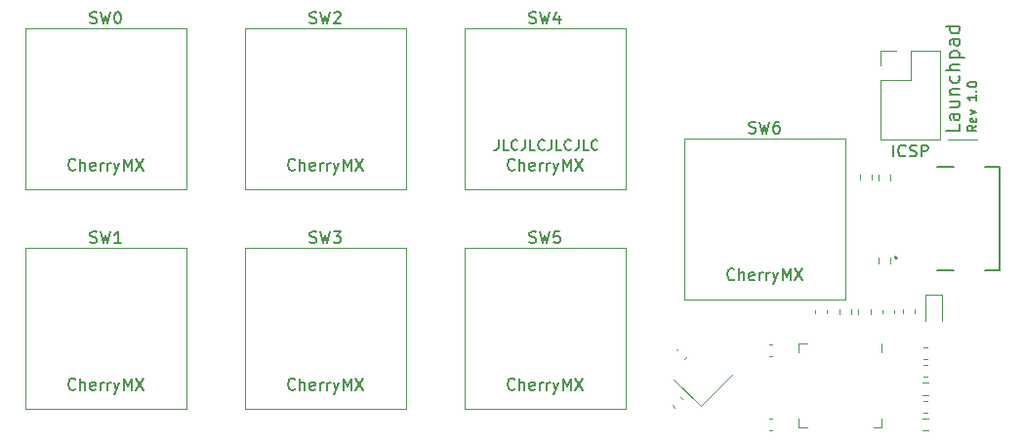
<source format=gbr>
%TF.GenerationSoftware,KiCad,Pcbnew,5.1.7-a382d34a8~88~ubuntu20.04.1*%
%TF.CreationDate,2021-03-25T19:52:25+01:00*%
%TF.ProjectId,launchpad,6c61756e-6368-4706-9164-2e6b69636164,rev?*%
%TF.SameCoordinates,Original*%
%TF.FileFunction,Legend,Top*%
%TF.FilePolarity,Positive*%
%FSLAX46Y46*%
G04 Gerber Fmt 4.6, Leading zero omitted, Abs format (unit mm)*
G04 Created by KiCad (PCBNEW 5.1.7-a382d34a8~88~ubuntu20.04.1) date 2021-03-25 19:52:25*
%MOMM*%
%LPD*%
G01*
G04 APERTURE LIST*
%ADD10C,0.150000*%
%ADD11C,0.120000*%
%ADD12C,0.200000*%
%ADD13C,0.127000*%
G04 APERTURE END LIST*
D10*
X149634777Y-64246662D02*
X149634777Y-64889520D01*
X149591920Y-65018091D01*
X149506205Y-65103805D01*
X149377634Y-65146662D01*
X149291920Y-65146662D01*
X150491920Y-65146662D02*
X150063348Y-65146662D01*
X150063348Y-64246662D01*
X151306205Y-65060948D02*
X151263348Y-65103805D01*
X151134777Y-65146662D01*
X151049062Y-65146662D01*
X150920491Y-65103805D01*
X150834777Y-65018091D01*
X150791920Y-64932377D01*
X150749062Y-64760948D01*
X150749062Y-64632377D01*
X150791920Y-64460948D01*
X150834777Y-64375234D01*
X150920491Y-64289520D01*
X151049062Y-64246662D01*
X151134777Y-64246662D01*
X151263348Y-64289520D01*
X151306205Y-64332377D01*
X151949062Y-64246662D02*
X151949062Y-64889520D01*
X151906205Y-65018091D01*
X151820491Y-65103805D01*
X151691920Y-65146662D01*
X151606205Y-65146662D01*
X152806205Y-65146662D02*
X152377634Y-65146662D01*
X152377634Y-64246662D01*
X153620491Y-65060948D02*
X153577634Y-65103805D01*
X153449062Y-65146662D01*
X153363348Y-65146662D01*
X153234777Y-65103805D01*
X153149062Y-65018091D01*
X153106205Y-64932377D01*
X153063348Y-64760948D01*
X153063348Y-64632377D01*
X153106205Y-64460948D01*
X153149062Y-64375234D01*
X153234777Y-64289520D01*
X153363348Y-64246662D01*
X153449062Y-64246662D01*
X153577634Y-64289520D01*
X153620491Y-64332377D01*
X154263348Y-64246662D02*
X154263348Y-64889520D01*
X154220491Y-65018091D01*
X154134777Y-65103805D01*
X154006205Y-65146662D01*
X153920491Y-65146662D01*
X155120491Y-65146662D02*
X154691920Y-65146662D01*
X154691920Y-64246662D01*
X155934777Y-65060948D02*
X155891920Y-65103805D01*
X155763348Y-65146662D01*
X155677634Y-65146662D01*
X155549062Y-65103805D01*
X155463348Y-65018091D01*
X155420491Y-64932377D01*
X155377634Y-64760948D01*
X155377634Y-64632377D01*
X155420491Y-64460948D01*
X155463348Y-64375234D01*
X155549062Y-64289520D01*
X155677634Y-64246662D01*
X155763348Y-64246662D01*
X155891920Y-64289520D01*
X155934777Y-64332377D01*
X156577634Y-64246662D02*
X156577634Y-64889520D01*
X156534777Y-65018091D01*
X156449062Y-65103805D01*
X156320491Y-65146662D01*
X156234777Y-65146662D01*
X157434777Y-65146662D02*
X157006205Y-65146662D01*
X157006205Y-64246662D01*
X158249062Y-65060948D02*
X158206205Y-65103805D01*
X158077634Y-65146662D01*
X157991920Y-65146662D01*
X157863348Y-65103805D01*
X157777634Y-65018091D01*
X157734777Y-64932377D01*
X157691920Y-64760948D01*
X157691920Y-64632377D01*
X157734777Y-64460948D01*
X157777634Y-64375234D01*
X157863348Y-64289520D01*
X157991920Y-64246662D01*
X158077634Y-64246662D01*
X158206205Y-64289520D01*
X158249062Y-64332377D01*
D11*
X191124840Y-64248160D02*
X188584840Y-64248160D01*
D10*
X191113684Y-63028692D02*
X190732732Y-63295359D01*
X191113684Y-63485835D02*
X190313684Y-63485835D01*
X190313684Y-63181073D01*
X190351780Y-63104883D01*
X190389875Y-63066788D01*
X190466065Y-63028692D01*
X190580351Y-63028692D01*
X190656541Y-63066788D01*
X190694637Y-63104883D01*
X190732732Y-63181073D01*
X190732732Y-63485835D01*
X191075589Y-62381073D02*
X191113684Y-62457264D01*
X191113684Y-62609645D01*
X191075589Y-62685835D01*
X190999399Y-62723930D01*
X190694637Y-62723930D01*
X190618446Y-62685835D01*
X190580351Y-62609645D01*
X190580351Y-62457264D01*
X190618446Y-62381073D01*
X190694637Y-62342978D01*
X190770827Y-62342978D01*
X190847018Y-62723930D01*
X190580351Y-62076311D02*
X191113684Y-61885835D01*
X190580351Y-61695359D01*
X191113684Y-60362026D02*
X191113684Y-60819169D01*
X191113684Y-60590597D02*
X190313684Y-60590597D01*
X190427970Y-60666788D01*
X190504160Y-60742978D01*
X190542256Y-60819169D01*
X191037494Y-60019169D02*
X191075589Y-59981073D01*
X191113684Y-60019169D01*
X191075589Y-60057264D01*
X191037494Y-60019169D01*
X191113684Y-60019169D01*
X190313684Y-59485835D02*
X190313684Y-59409645D01*
X190351780Y-59333454D01*
X190389875Y-59295359D01*
X190466065Y-59257264D01*
X190618446Y-59219169D01*
X190808922Y-59219169D01*
X190961303Y-59257264D01*
X191037494Y-59295359D01*
X191075589Y-59333454D01*
X191113684Y-59409645D01*
X191113684Y-59485835D01*
X191075589Y-59562026D01*
X191037494Y-59600121D01*
X190961303Y-59638216D01*
X190808922Y-59676311D01*
X190618446Y-59676311D01*
X190466065Y-59638216D01*
X190389875Y-59600121D01*
X190351780Y-59562026D01*
X190313684Y-59485835D01*
X189626477Y-62919169D02*
X189626477Y-63490597D01*
X188426477Y-63490597D01*
X189626477Y-62004883D02*
X188997905Y-62004883D01*
X188883620Y-62062026D01*
X188826477Y-62176312D01*
X188826477Y-62404883D01*
X188883620Y-62519169D01*
X189569334Y-62004883D02*
X189626477Y-62119169D01*
X189626477Y-62404883D01*
X189569334Y-62519169D01*
X189455048Y-62576312D01*
X189340762Y-62576312D01*
X189226477Y-62519169D01*
X189169334Y-62404883D01*
X189169334Y-62119169D01*
X189112191Y-62004883D01*
X188826477Y-60919169D02*
X189626477Y-60919169D01*
X188826477Y-61433454D02*
X189455048Y-61433454D01*
X189569334Y-61376312D01*
X189626477Y-61262026D01*
X189626477Y-61090597D01*
X189569334Y-60976312D01*
X189512191Y-60919169D01*
X188826477Y-60347740D02*
X189626477Y-60347740D01*
X188940762Y-60347740D02*
X188883620Y-60290597D01*
X188826477Y-60176312D01*
X188826477Y-60004883D01*
X188883620Y-59890597D01*
X188997905Y-59833454D01*
X189626477Y-59833454D01*
X189569334Y-58747740D02*
X189626477Y-58862026D01*
X189626477Y-59090597D01*
X189569334Y-59204883D01*
X189512191Y-59262026D01*
X189397905Y-59319169D01*
X189055048Y-59319169D01*
X188940762Y-59262026D01*
X188883620Y-59204883D01*
X188826477Y-59090597D01*
X188826477Y-58862026D01*
X188883620Y-58747740D01*
X189626477Y-58233454D02*
X188426477Y-58233454D01*
X189626477Y-57719169D02*
X188997905Y-57719169D01*
X188883620Y-57776312D01*
X188826477Y-57890597D01*
X188826477Y-58062026D01*
X188883620Y-58176312D01*
X188940762Y-58233454D01*
X188826477Y-57147740D02*
X190026477Y-57147740D01*
X188883620Y-57147740D02*
X188826477Y-57033454D01*
X188826477Y-56804883D01*
X188883620Y-56690597D01*
X188940762Y-56633454D01*
X189055048Y-56576312D01*
X189397905Y-56576312D01*
X189512191Y-56633454D01*
X189569334Y-56690597D01*
X189626477Y-56804883D01*
X189626477Y-57033454D01*
X189569334Y-57147740D01*
X189626477Y-55547740D02*
X188997905Y-55547740D01*
X188883620Y-55604883D01*
X188826477Y-55719169D01*
X188826477Y-55947740D01*
X188883620Y-56062026D01*
X189569334Y-55547740D02*
X189626477Y-55662026D01*
X189626477Y-55947740D01*
X189569334Y-56062026D01*
X189455048Y-56119169D01*
X189340762Y-56119169D01*
X189226477Y-56062026D01*
X189169334Y-55947740D01*
X189169334Y-55662026D01*
X189112191Y-55547740D01*
X189626477Y-54462026D02*
X188426477Y-54462026D01*
X189569334Y-54462026D02*
X189626477Y-54576312D01*
X189626477Y-54804883D01*
X189569334Y-54919169D01*
X189512191Y-54976312D01*
X189397905Y-55033454D01*
X189055048Y-55033454D01*
X188940762Y-54976312D01*
X188883620Y-54919169D01*
X188826477Y-54804883D01*
X188826477Y-54576312D01*
X188883620Y-54462026D01*
D11*
%TO.C,J2*%
X182766660Y-64261040D02*
X187966660Y-64261040D01*
X182766660Y-59121040D02*
X182766660Y-64261040D01*
X187966660Y-56521040D02*
X187966660Y-64261040D01*
X182766660Y-59121040D02*
X185366660Y-59121040D01*
X185366660Y-59121040D02*
X185366660Y-56521040D01*
X185366660Y-56521040D02*
X187966660Y-56521040D01*
X182766660Y-57851040D02*
X182766660Y-56521040D01*
X182766660Y-56521040D02*
X184096660Y-56521040D01*
%TO.C,SW0*%
X108585000Y-54610000D02*
X122555000Y-54610000D01*
X122555000Y-54610000D02*
X122555000Y-68580000D01*
X122555000Y-68580000D02*
X108585000Y-68580000D01*
X108585000Y-68580000D02*
X108585000Y-54610000D01*
%TO.C,SW6*%
X165735000Y-78105000D02*
X165735000Y-64135000D01*
X179705000Y-78105000D02*
X165735000Y-78105000D01*
X179705000Y-64135000D02*
X179705000Y-78105000D01*
X165735000Y-64135000D02*
X179705000Y-64135000D01*
D12*
%TO.C,J1*%
X184200000Y-74520000D02*
G75*
G03*
X184200000Y-74520000I-100000J0D01*
G01*
D13*
X193100000Y-75590000D02*
X191870000Y-75590000D01*
X193100000Y-66650000D02*
X193100000Y-75590000D01*
X191870000Y-66650000D02*
X193100000Y-66650000D01*
X187690000Y-66650000D02*
X189130000Y-66650000D01*
X187690000Y-75590000D02*
X189130000Y-75590000D01*
D11*
%TO.C,D2*%
X186634520Y-77694120D02*
X186634520Y-79979120D01*
X188104520Y-77694120D02*
X186634520Y-77694120D01*
X188104520Y-79979120D02*
X188104520Y-77694120D01*
%TO.C,C1*%
X186518940Y-83817240D02*
X186800100Y-83817240D01*
X186518940Y-84837240D02*
X186800100Y-84837240D01*
%TO.C,C2*%
X177084260Y-79337480D02*
X177084260Y-79056320D01*
X178104260Y-79337480D02*
X178104260Y-79056320D01*
%TO.C,C3*%
X173403840Y-82037460D02*
X173122680Y-82037460D01*
X173403840Y-83057460D02*
X173122680Y-83057460D01*
%TO.C,C4*%
X186518940Y-87941120D02*
X186800100Y-87941120D01*
X186518940Y-86921120D02*
X186800100Y-86921120D01*
%TO.C,C5*%
X173403840Y-88499220D02*
X173122680Y-88499220D01*
X173403840Y-89519220D02*
X173122680Y-89519220D01*
%TO.C,C6*%
X186518940Y-82265300D02*
X186800100Y-82265300D01*
X186518940Y-83285300D02*
X186800100Y-83285300D01*
%TO.C,C7*%
X182936420Y-79319700D02*
X182936420Y-79038540D01*
X183956420Y-79319700D02*
X183956420Y-79038540D01*
%TO.C,C8*%
X165429799Y-86567990D02*
X165628610Y-86766801D01*
X164708550Y-87289239D02*
X164907361Y-87488050D01*
%TO.C,C9*%
X165788571Y-83273558D02*
X165987382Y-83074747D01*
X165067322Y-82552309D02*
X165266133Y-82353498D01*
%TO.C,F1*%
X184752520Y-79341899D02*
X184752520Y-79016341D01*
X185772520Y-79341899D02*
X185772520Y-79016341D01*
%TO.C,R1*%
X182005500Y-67740798D02*
X182005500Y-67266282D01*
X180960500Y-67740798D02*
X180960500Y-67266282D01*
%TO.C,R2*%
X179179640Y-79424298D02*
X179179640Y-78949782D01*
X180224640Y-79424298D02*
X180224640Y-78949782D01*
%TO.C,R3*%
X181907813Y-79424298D02*
X181907813Y-78949782D01*
X180862813Y-79424298D02*
X180862813Y-78949782D01*
%TO.C,R4*%
X186422262Y-88460560D02*
X186896778Y-88460560D01*
X186422262Y-89505560D02*
X186896778Y-89505560D01*
%TO.C,R5*%
X186422262Y-85356680D02*
X186896778Y-85356680D01*
X186422262Y-86401680D02*
X186896778Y-86401680D01*
%TO.C,R6*%
X182619120Y-74520022D02*
X182619120Y-74994538D01*
X183664120Y-74520022D02*
X183664120Y-74994538D01*
%TO.C,R7*%
X183664120Y-67286102D02*
X183664120Y-67760618D01*
X182619120Y-67286102D02*
X182619120Y-67760618D01*
%TO.C,SW1*%
X108585000Y-87630000D02*
X108585000Y-73660000D01*
X122555000Y-87630000D02*
X108585000Y-87630000D01*
X122555000Y-73660000D02*
X122555000Y-87630000D01*
X108585000Y-73660000D02*
X122555000Y-73660000D01*
%TO.C,SW2*%
X127635000Y-68580000D02*
X127635000Y-54610000D01*
X141605000Y-68580000D02*
X127635000Y-68580000D01*
X141605000Y-54610000D02*
X141605000Y-68580000D01*
X127635000Y-54610000D02*
X141605000Y-54610000D01*
%TO.C,SW3*%
X127635000Y-73660000D02*
X141605000Y-73660000D01*
X141605000Y-73660000D02*
X141605000Y-87630000D01*
X141605000Y-87630000D02*
X127635000Y-87630000D01*
X127635000Y-87630000D02*
X127635000Y-73660000D01*
%TO.C,SW4*%
X146685000Y-54610000D02*
X160655000Y-54610000D01*
X160655000Y-54610000D02*
X160655000Y-68580000D01*
X160655000Y-68580000D02*
X146685000Y-68580000D01*
X146685000Y-68580000D02*
X146685000Y-54610000D01*
%TO.C,SW5*%
X146685000Y-87630000D02*
X146685000Y-73660000D01*
X160655000Y-87630000D02*
X146685000Y-87630000D01*
X160655000Y-73660000D02*
X160655000Y-87630000D01*
X146685000Y-73660000D02*
X160655000Y-73660000D01*
%TO.C,U1*%
X182898440Y-88462680D02*
X182898440Y-89187680D01*
X182898440Y-89187680D02*
X182173440Y-89187680D01*
X175678440Y-82692680D02*
X175678440Y-81967680D01*
X175678440Y-81967680D02*
X176403440Y-81967680D01*
X175678440Y-88462680D02*
X175678440Y-89187680D01*
X175678440Y-89187680D02*
X176403440Y-89187680D01*
X182898440Y-82692680D02*
X182898440Y-81967680D01*
%TO.C,Y1*%
X164838080Y-85040307D02*
X167171533Y-87373760D01*
X167171533Y-87373760D02*
X169999960Y-84545333D01*
%TO.C,J2*%
D10*
X183890469Y-65713420D02*
X183890469Y-64713420D01*
X184938088Y-65618182D02*
X184890469Y-65665801D01*
X184747612Y-65713420D01*
X184652374Y-65713420D01*
X184509517Y-65665801D01*
X184414279Y-65570563D01*
X184366660Y-65475325D01*
X184319040Y-65284849D01*
X184319040Y-65141992D01*
X184366660Y-64951516D01*
X184414279Y-64856278D01*
X184509517Y-64761040D01*
X184652374Y-64713420D01*
X184747612Y-64713420D01*
X184890469Y-64761040D01*
X184938088Y-64808659D01*
X185319040Y-65665801D02*
X185461898Y-65713420D01*
X185699993Y-65713420D01*
X185795231Y-65665801D01*
X185842850Y-65618182D01*
X185890469Y-65522944D01*
X185890469Y-65427706D01*
X185842850Y-65332468D01*
X185795231Y-65284849D01*
X185699993Y-65237230D01*
X185509517Y-65189611D01*
X185414279Y-65141992D01*
X185366660Y-65094373D01*
X185319040Y-64999135D01*
X185319040Y-64903897D01*
X185366660Y-64808659D01*
X185414279Y-64761040D01*
X185509517Y-64713420D01*
X185747612Y-64713420D01*
X185890469Y-64761040D01*
X186319040Y-65713420D02*
X186319040Y-64713420D01*
X186699993Y-64713420D01*
X186795231Y-64761040D01*
X186842850Y-64808659D01*
X186890469Y-64903897D01*
X186890469Y-65046754D01*
X186842850Y-65141992D01*
X186795231Y-65189611D01*
X186699993Y-65237230D01*
X186319040Y-65237230D01*
%TO.C,SW0*%
X114236666Y-54125761D02*
X114379523Y-54173380D01*
X114617619Y-54173380D01*
X114712857Y-54125761D01*
X114760476Y-54078142D01*
X114808095Y-53982904D01*
X114808095Y-53887666D01*
X114760476Y-53792428D01*
X114712857Y-53744809D01*
X114617619Y-53697190D01*
X114427142Y-53649571D01*
X114331904Y-53601952D01*
X114284285Y-53554333D01*
X114236666Y-53459095D01*
X114236666Y-53363857D01*
X114284285Y-53268619D01*
X114331904Y-53221000D01*
X114427142Y-53173380D01*
X114665238Y-53173380D01*
X114808095Y-53221000D01*
X115141428Y-53173380D02*
X115379523Y-54173380D01*
X115570000Y-53459095D01*
X115760476Y-54173380D01*
X115998571Y-53173380D01*
X116570000Y-53173380D02*
X116665238Y-53173380D01*
X116760476Y-53221000D01*
X116808095Y-53268619D01*
X116855714Y-53363857D01*
X116903333Y-53554333D01*
X116903333Y-53792428D01*
X116855714Y-53982904D01*
X116808095Y-54078142D01*
X116760476Y-54125761D01*
X116665238Y-54173380D01*
X116570000Y-54173380D01*
X116474761Y-54125761D01*
X116427142Y-54078142D01*
X116379523Y-53982904D01*
X116331904Y-53792428D01*
X116331904Y-53554333D01*
X116379523Y-53363857D01*
X116427142Y-53268619D01*
X116474761Y-53221000D01*
X116570000Y-53173380D01*
X112950952Y-66826142D02*
X112903333Y-66873761D01*
X112760476Y-66921380D01*
X112665238Y-66921380D01*
X112522380Y-66873761D01*
X112427142Y-66778523D01*
X112379523Y-66683285D01*
X112331904Y-66492809D01*
X112331904Y-66349952D01*
X112379523Y-66159476D01*
X112427142Y-66064238D01*
X112522380Y-65969000D01*
X112665238Y-65921380D01*
X112760476Y-65921380D01*
X112903333Y-65969000D01*
X112950952Y-66016619D01*
X113379523Y-66921380D02*
X113379523Y-65921380D01*
X113808095Y-66921380D02*
X113808095Y-66397571D01*
X113760476Y-66302333D01*
X113665238Y-66254714D01*
X113522380Y-66254714D01*
X113427142Y-66302333D01*
X113379523Y-66349952D01*
X114665238Y-66873761D02*
X114570000Y-66921380D01*
X114379523Y-66921380D01*
X114284285Y-66873761D01*
X114236666Y-66778523D01*
X114236666Y-66397571D01*
X114284285Y-66302333D01*
X114379523Y-66254714D01*
X114570000Y-66254714D01*
X114665238Y-66302333D01*
X114712857Y-66397571D01*
X114712857Y-66492809D01*
X114236666Y-66588047D01*
X115141428Y-66921380D02*
X115141428Y-66254714D01*
X115141428Y-66445190D02*
X115189047Y-66349952D01*
X115236666Y-66302333D01*
X115331904Y-66254714D01*
X115427142Y-66254714D01*
X115760476Y-66921380D02*
X115760476Y-66254714D01*
X115760476Y-66445190D02*
X115808095Y-66349952D01*
X115855714Y-66302333D01*
X115950952Y-66254714D01*
X116046190Y-66254714D01*
X116284285Y-66254714D02*
X116522380Y-66921380D01*
X116760476Y-66254714D02*
X116522380Y-66921380D01*
X116427142Y-67159476D01*
X116379523Y-67207095D01*
X116284285Y-67254714D01*
X117141428Y-66921380D02*
X117141428Y-65921380D01*
X117474761Y-66635666D01*
X117808095Y-65921380D01*
X117808095Y-66921380D01*
X118189047Y-65921380D02*
X118855714Y-66921380D01*
X118855714Y-65921380D02*
X118189047Y-66921380D01*
%TO.C,SW6*%
X171386666Y-63650761D02*
X171529523Y-63698380D01*
X171767619Y-63698380D01*
X171862857Y-63650761D01*
X171910476Y-63603142D01*
X171958095Y-63507904D01*
X171958095Y-63412666D01*
X171910476Y-63317428D01*
X171862857Y-63269809D01*
X171767619Y-63222190D01*
X171577142Y-63174571D01*
X171481904Y-63126952D01*
X171434285Y-63079333D01*
X171386666Y-62984095D01*
X171386666Y-62888857D01*
X171434285Y-62793619D01*
X171481904Y-62746000D01*
X171577142Y-62698380D01*
X171815238Y-62698380D01*
X171958095Y-62746000D01*
X172291428Y-62698380D02*
X172529523Y-63698380D01*
X172720000Y-62984095D01*
X172910476Y-63698380D01*
X173148571Y-62698380D01*
X173958095Y-62698380D02*
X173767619Y-62698380D01*
X173672380Y-62746000D01*
X173624761Y-62793619D01*
X173529523Y-62936476D01*
X173481904Y-63126952D01*
X173481904Y-63507904D01*
X173529523Y-63603142D01*
X173577142Y-63650761D01*
X173672380Y-63698380D01*
X173862857Y-63698380D01*
X173958095Y-63650761D01*
X174005714Y-63603142D01*
X174053333Y-63507904D01*
X174053333Y-63269809D01*
X174005714Y-63174571D01*
X173958095Y-63126952D01*
X173862857Y-63079333D01*
X173672380Y-63079333D01*
X173577142Y-63126952D01*
X173529523Y-63174571D01*
X173481904Y-63269809D01*
X170100952Y-76351142D02*
X170053333Y-76398761D01*
X169910476Y-76446380D01*
X169815238Y-76446380D01*
X169672380Y-76398761D01*
X169577142Y-76303523D01*
X169529523Y-76208285D01*
X169481904Y-76017809D01*
X169481904Y-75874952D01*
X169529523Y-75684476D01*
X169577142Y-75589238D01*
X169672380Y-75494000D01*
X169815238Y-75446380D01*
X169910476Y-75446380D01*
X170053333Y-75494000D01*
X170100952Y-75541619D01*
X170529523Y-76446380D02*
X170529523Y-75446380D01*
X170958095Y-76446380D02*
X170958095Y-75922571D01*
X170910476Y-75827333D01*
X170815238Y-75779714D01*
X170672380Y-75779714D01*
X170577142Y-75827333D01*
X170529523Y-75874952D01*
X171815238Y-76398761D02*
X171720000Y-76446380D01*
X171529523Y-76446380D01*
X171434285Y-76398761D01*
X171386666Y-76303523D01*
X171386666Y-75922571D01*
X171434285Y-75827333D01*
X171529523Y-75779714D01*
X171720000Y-75779714D01*
X171815238Y-75827333D01*
X171862857Y-75922571D01*
X171862857Y-76017809D01*
X171386666Y-76113047D01*
X172291428Y-76446380D02*
X172291428Y-75779714D01*
X172291428Y-75970190D02*
X172339047Y-75874952D01*
X172386666Y-75827333D01*
X172481904Y-75779714D01*
X172577142Y-75779714D01*
X172910476Y-76446380D02*
X172910476Y-75779714D01*
X172910476Y-75970190D02*
X172958095Y-75874952D01*
X173005714Y-75827333D01*
X173100952Y-75779714D01*
X173196190Y-75779714D01*
X173434285Y-75779714D02*
X173672380Y-76446380D01*
X173910476Y-75779714D02*
X173672380Y-76446380D01*
X173577142Y-76684476D01*
X173529523Y-76732095D01*
X173434285Y-76779714D01*
X174291428Y-76446380D02*
X174291428Y-75446380D01*
X174624761Y-76160666D01*
X174958095Y-75446380D01*
X174958095Y-76446380D01*
X175339047Y-75446380D02*
X176005714Y-76446380D01*
X176005714Y-75446380D02*
X175339047Y-76446380D01*
%TO.C,SW1*%
X114236666Y-73175761D02*
X114379523Y-73223380D01*
X114617619Y-73223380D01*
X114712857Y-73175761D01*
X114760476Y-73128142D01*
X114808095Y-73032904D01*
X114808095Y-72937666D01*
X114760476Y-72842428D01*
X114712857Y-72794809D01*
X114617619Y-72747190D01*
X114427142Y-72699571D01*
X114331904Y-72651952D01*
X114284285Y-72604333D01*
X114236666Y-72509095D01*
X114236666Y-72413857D01*
X114284285Y-72318619D01*
X114331904Y-72271000D01*
X114427142Y-72223380D01*
X114665238Y-72223380D01*
X114808095Y-72271000D01*
X115141428Y-72223380D02*
X115379523Y-73223380D01*
X115570000Y-72509095D01*
X115760476Y-73223380D01*
X115998571Y-72223380D01*
X116903333Y-73223380D02*
X116331904Y-73223380D01*
X116617619Y-73223380D02*
X116617619Y-72223380D01*
X116522380Y-72366238D01*
X116427142Y-72461476D01*
X116331904Y-72509095D01*
X112950952Y-85876142D02*
X112903333Y-85923761D01*
X112760476Y-85971380D01*
X112665238Y-85971380D01*
X112522380Y-85923761D01*
X112427142Y-85828523D01*
X112379523Y-85733285D01*
X112331904Y-85542809D01*
X112331904Y-85399952D01*
X112379523Y-85209476D01*
X112427142Y-85114238D01*
X112522380Y-85019000D01*
X112665238Y-84971380D01*
X112760476Y-84971380D01*
X112903333Y-85019000D01*
X112950952Y-85066619D01*
X113379523Y-85971380D02*
X113379523Y-84971380D01*
X113808095Y-85971380D02*
X113808095Y-85447571D01*
X113760476Y-85352333D01*
X113665238Y-85304714D01*
X113522380Y-85304714D01*
X113427142Y-85352333D01*
X113379523Y-85399952D01*
X114665238Y-85923761D02*
X114570000Y-85971380D01*
X114379523Y-85971380D01*
X114284285Y-85923761D01*
X114236666Y-85828523D01*
X114236666Y-85447571D01*
X114284285Y-85352333D01*
X114379523Y-85304714D01*
X114570000Y-85304714D01*
X114665238Y-85352333D01*
X114712857Y-85447571D01*
X114712857Y-85542809D01*
X114236666Y-85638047D01*
X115141428Y-85971380D02*
X115141428Y-85304714D01*
X115141428Y-85495190D02*
X115189047Y-85399952D01*
X115236666Y-85352333D01*
X115331904Y-85304714D01*
X115427142Y-85304714D01*
X115760476Y-85971380D02*
X115760476Y-85304714D01*
X115760476Y-85495190D02*
X115808095Y-85399952D01*
X115855714Y-85352333D01*
X115950952Y-85304714D01*
X116046190Y-85304714D01*
X116284285Y-85304714D02*
X116522380Y-85971380D01*
X116760476Y-85304714D02*
X116522380Y-85971380D01*
X116427142Y-86209476D01*
X116379523Y-86257095D01*
X116284285Y-86304714D01*
X117141428Y-85971380D02*
X117141428Y-84971380D01*
X117474761Y-85685666D01*
X117808095Y-84971380D01*
X117808095Y-85971380D01*
X118189047Y-84971380D02*
X118855714Y-85971380D01*
X118855714Y-84971380D02*
X118189047Y-85971380D01*
%TO.C,SW2*%
X133286666Y-54125761D02*
X133429523Y-54173380D01*
X133667619Y-54173380D01*
X133762857Y-54125761D01*
X133810476Y-54078142D01*
X133858095Y-53982904D01*
X133858095Y-53887666D01*
X133810476Y-53792428D01*
X133762857Y-53744809D01*
X133667619Y-53697190D01*
X133477142Y-53649571D01*
X133381904Y-53601952D01*
X133334285Y-53554333D01*
X133286666Y-53459095D01*
X133286666Y-53363857D01*
X133334285Y-53268619D01*
X133381904Y-53221000D01*
X133477142Y-53173380D01*
X133715238Y-53173380D01*
X133858095Y-53221000D01*
X134191428Y-53173380D02*
X134429523Y-54173380D01*
X134620000Y-53459095D01*
X134810476Y-54173380D01*
X135048571Y-53173380D01*
X135381904Y-53268619D02*
X135429523Y-53221000D01*
X135524761Y-53173380D01*
X135762857Y-53173380D01*
X135858095Y-53221000D01*
X135905714Y-53268619D01*
X135953333Y-53363857D01*
X135953333Y-53459095D01*
X135905714Y-53601952D01*
X135334285Y-54173380D01*
X135953333Y-54173380D01*
X132000952Y-66826142D02*
X131953333Y-66873761D01*
X131810476Y-66921380D01*
X131715238Y-66921380D01*
X131572380Y-66873761D01*
X131477142Y-66778523D01*
X131429523Y-66683285D01*
X131381904Y-66492809D01*
X131381904Y-66349952D01*
X131429523Y-66159476D01*
X131477142Y-66064238D01*
X131572380Y-65969000D01*
X131715238Y-65921380D01*
X131810476Y-65921380D01*
X131953333Y-65969000D01*
X132000952Y-66016619D01*
X132429523Y-66921380D02*
X132429523Y-65921380D01*
X132858095Y-66921380D02*
X132858095Y-66397571D01*
X132810476Y-66302333D01*
X132715238Y-66254714D01*
X132572380Y-66254714D01*
X132477142Y-66302333D01*
X132429523Y-66349952D01*
X133715238Y-66873761D02*
X133620000Y-66921380D01*
X133429523Y-66921380D01*
X133334285Y-66873761D01*
X133286666Y-66778523D01*
X133286666Y-66397571D01*
X133334285Y-66302333D01*
X133429523Y-66254714D01*
X133620000Y-66254714D01*
X133715238Y-66302333D01*
X133762857Y-66397571D01*
X133762857Y-66492809D01*
X133286666Y-66588047D01*
X134191428Y-66921380D02*
X134191428Y-66254714D01*
X134191428Y-66445190D02*
X134239047Y-66349952D01*
X134286666Y-66302333D01*
X134381904Y-66254714D01*
X134477142Y-66254714D01*
X134810476Y-66921380D02*
X134810476Y-66254714D01*
X134810476Y-66445190D02*
X134858095Y-66349952D01*
X134905714Y-66302333D01*
X135000952Y-66254714D01*
X135096190Y-66254714D01*
X135334285Y-66254714D02*
X135572380Y-66921380D01*
X135810476Y-66254714D02*
X135572380Y-66921380D01*
X135477142Y-67159476D01*
X135429523Y-67207095D01*
X135334285Y-67254714D01*
X136191428Y-66921380D02*
X136191428Y-65921380D01*
X136524761Y-66635666D01*
X136858095Y-65921380D01*
X136858095Y-66921380D01*
X137239047Y-65921380D02*
X137905714Y-66921380D01*
X137905714Y-65921380D02*
X137239047Y-66921380D01*
%TO.C,SW3*%
X133286666Y-73175761D02*
X133429523Y-73223380D01*
X133667619Y-73223380D01*
X133762857Y-73175761D01*
X133810476Y-73128142D01*
X133858095Y-73032904D01*
X133858095Y-72937666D01*
X133810476Y-72842428D01*
X133762857Y-72794809D01*
X133667619Y-72747190D01*
X133477142Y-72699571D01*
X133381904Y-72651952D01*
X133334285Y-72604333D01*
X133286666Y-72509095D01*
X133286666Y-72413857D01*
X133334285Y-72318619D01*
X133381904Y-72271000D01*
X133477142Y-72223380D01*
X133715238Y-72223380D01*
X133858095Y-72271000D01*
X134191428Y-72223380D02*
X134429523Y-73223380D01*
X134620000Y-72509095D01*
X134810476Y-73223380D01*
X135048571Y-72223380D01*
X135334285Y-72223380D02*
X135953333Y-72223380D01*
X135620000Y-72604333D01*
X135762857Y-72604333D01*
X135858095Y-72651952D01*
X135905714Y-72699571D01*
X135953333Y-72794809D01*
X135953333Y-73032904D01*
X135905714Y-73128142D01*
X135858095Y-73175761D01*
X135762857Y-73223380D01*
X135477142Y-73223380D01*
X135381904Y-73175761D01*
X135334285Y-73128142D01*
X132000952Y-85876142D02*
X131953333Y-85923761D01*
X131810476Y-85971380D01*
X131715238Y-85971380D01*
X131572380Y-85923761D01*
X131477142Y-85828523D01*
X131429523Y-85733285D01*
X131381904Y-85542809D01*
X131381904Y-85399952D01*
X131429523Y-85209476D01*
X131477142Y-85114238D01*
X131572380Y-85019000D01*
X131715238Y-84971380D01*
X131810476Y-84971380D01*
X131953333Y-85019000D01*
X132000952Y-85066619D01*
X132429523Y-85971380D02*
X132429523Y-84971380D01*
X132858095Y-85971380D02*
X132858095Y-85447571D01*
X132810476Y-85352333D01*
X132715238Y-85304714D01*
X132572380Y-85304714D01*
X132477142Y-85352333D01*
X132429523Y-85399952D01*
X133715238Y-85923761D02*
X133620000Y-85971380D01*
X133429523Y-85971380D01*
X133334285Y-85923761D01*
X133286666Y-85828523D01*
X133286666Y-85447571D01*
X133334285Y-85352333D01*
X133429523Y-85304714D01*
X133620000Y-85304714D01*
X133715238Y-85352333D01*
X133762857Y-85447571D01*
X133762857Y-85542809D01*
X133286666Y-85638047D01*
X134191428Y-85971380D02*
X134191428Y-85304714D01*
X134191428Y-85495190D02*
X134239047Y-85399952D01*
X134286666Y-85352333D01*
X134381904Y-85304714D01*
X134477142Y-85304714D01*
X134810476Y-85971380D02*
X134810476Y-85304714D01*
X134810476Y-85495190D02*
X134858095Y-85399952D01*
X134905714Y-85352333D01*
X135000952Y-85304714D01*
X135096190Y-85304714D01*
X135334285Y-85304714D02*
X135572380Y-85971380D01*
X135810476Y-85304714D02*
X135572380Y-85971380D01*
X135477142Y-86209476D01*
X135429523Y-86257095D01*
X135334285Y-86304714D01*
X136191428Y-85971380D02*
X136191428Y-84971380D01*
X136524761Y-85685666D01*
X136858095Y-84971380D01*
X136858095Y-85971380D01*
X137239047Y-84971380D02*
X137905714Y-85971380D01*
X137905714Y-84971380D02*
X137239047Y-85971380D01*
%TO.C,SW4*%
X152336666Y-54125761D02*
X152479523Y-54173380D01*
X152717619Y-54173380D01*
X152812857Y-54125761D01*
X152860476Y-54078142D01*
X152908095Y-53982904D01*
X152908095Y-53887666D01*
X152860476Y-53792428D01*
X152812857Y-53744809D01*
X152717619Y-53697190D01*
X152527142Y-53649571D01*
X152431904Y-53601952D01*
X152384285Y-53554333D01*
X152336666Y-53459095D01*
X152336666Y-53363857D01*
X152384285Y-53268619D01*
X152431904Y-53221000D01*
X152527142Y-53173380D01*
X152765238Y-53173380D01*
X152908095Y-53221000D01*
X153241428Y-53173380D02*
X153479523Y-54173380D01*
X153670000Y-53459095D01*
X153860476Y-54173380D01*
X154098571Y-53173380D01*
X154908095Y-53506714D02*
X154908095Y-54173380D01*
X154670000Y-53125761D02*
X154431904Y-53840047D01*
X155050952Y-53840047D01*
X151050952Y-66826142D02*
X151003333Y-66873761D01*
X150860476Y-66921380D01*
X150765238Y-66921380D01*
X150622380Y-66873761D01*
X150527142Y-66778523D01*
X150479523Y-66683285D01*
X150431904Y-66492809D01*
X150431904Y-66349952D01*
X150479523Y-66159476D01*
X150527142Y-66064238D01*
X150622380Y-65969000D01*
X150765238Y-65921380D01*
X150860476Y-65921380D01*
X151003333Y-65969000D01*
X151050952Y-66016619D01*
X151479523Y-66921380D02*
X151479523Y-65921380D01*
X151908095Y-66921380D02*
X151908095Y-66397571D01*
X151860476Y-66302333D01*
X151765238Y-66254714D01*
X151622380Y-66254714D01*
X151527142Y-66302333D01*
X151479523Y-66349952D01*
X152765238Y-66873761D02*
X152670000Y-66921380D01*
X152479523Y-66921380D01*
X152384285Y-66873761D01*
X152336666Y-66778523D01*
X152336666Y-66397571D01*
X152384285Y-66302333D01*
X152479523Y-66254714D01*
X152670000Y-66254714D01*
X152765238Y-66302333D01*
X152812857Y-66397571D01*
X152812857Y-66492809D01*
X152336666Y-66588047D01*
X153241428Y-66921380D02*
X153241428Y-66254714D01*
X153241428Y-66445190D02*
X153289047Y-66349952D01*
X153336666Y-66302333D01*
X153431904Y-66254714D01*
X153527142Y-66254714D01*
X153860476Y-66921380D02*
X153860476Y-66254714D01*
X153860476Y-66445190D02*
X153908095Y-66349952D01*
X153955714Y-66302333D01*
X154050952Y-66254714D01*
X154146190Y-66254714D01*
X154384285Y-66254714D02*
X154622380Y-66921380D01*
X154860476Y-66254714D02*
X154622380Y-66921380D01*
X154527142Y-67159476D01*
X154479523Y-67207095D01*
X154384285Y-67254714D01*
X155241428Y-66921380D02*
X155241428Y-65921380D01*
X155574761Y-66635666D01*
X155908095Y-65921380D01*
X155908095Y-66921380D01*
X156289047Y-65921380D02*
X156955714Y-66921380D01*
X156955714Y-65921380D02*
X156289047Y-66921380D01*
%TO.C,SW5*%
X152336666Y-73175761D02*
X152479523Y-73223380D01*
X152717619Y-73223380D01*
X152812857Y-73175761D01*
X152860476Y-73128142D01*
X152908095Y-73032904D01*
X152908095Y-72937666D01*
X152860476Y-72842428D01*
X152812857Y-72794809D01*
X152717619Y-72747190D01*
X152527142Y-72699571D01*
X152431904Y-72651952D01*
X152384285Y-72604333D01*
X152336666Y-72509095D01*
X152336666Y-72413857D01*
X152384285Y-72318619D01*
X152431904Y-72271000D01*
X152527142Y-72223380D01*
X152765238Y-72223380D01*
X152908095Y-72271000D01*
X153241428Y-72223380D02*
X153479523Y-73223380D01*
X153670000Y-72509095D01*
X153860476Y-73223380D01*
X154098571Y-72223380D01*
X154955714Y-72223380D02*
X154479523Y-72223380D01*
X154431904Y-72699571D01*
X154479523Y-72651952D01*
X154574761Y-72604333D01*
X154812857Y-72604333D01*
X154908095Y-72651952D01*
X154955714Y-72699571D01*
X155003333Y-72794809D01*
X155003333Y-73032904D01*
X154955714Y-73128142D01*
X154908095Y-73175761D01*
X154812857Y-73223380D01*
X154574761Y-73223380D01*
X154479523Y-73175761D01*
X154431904Y-73128142D01*
X151050952Y-85876142D02*
X151003333Y-85923761D01*
X150860476Y-85971380D01*
X150765238Y-85971380D01*
X150622380Y-85923761D01*
X150527142Y-85828523D01*
X150479523Y-85733285D01*
X150431904Y-85542809D01*
X150431904Y-85399952D01*
X150479523Y-85209476D01*
X150527142Y-85114238D01*
X150622380Y-85019000D01*
X150765238Y-84971380D01*
X150860476Y-84971380D01*
X151003333Y-85019000D01*
X151050952Y-85066619D01*
X151479523Y-85971380D02*
X151479523Y-84971380D01*
X151908095Y-85971380D02*
X151908095Y-85447571D01*
X151860476Y-85352333D01*
X151765238Y-85304714D01*
X151622380Y-85304714D01*
X151527142Y-85352333D01*
X151479523Y-85399952D01*
X152765238Y-85923761D02*
X152670000Y-85971380D01*
X152479523Y-85971380D01*
X152384285Y-85923761D01*
X152336666Y-85828523D01*
X152336666Y-85447571D01*
X152384285Y-85352333D01*
X152479523Y-85304714D01*
X152670000Y-85304714D01*
X152765238Y-85352333D01*
X152812857Y-85447571D01*
X152812857Y-85542809D01*
X152336666Y-85638047D01*
X153241428Y-85971380D02*
X153241428Y-85304714D01*
X153241428Y-85495190D02*
X153289047Y-85399952D01*
X153336666Y-85352333D01*
X153431904Y-85304714D01*
X153527142Y-85304714D01*
X153860476Y-85971380D02*
X153860476Y-85304714D01*
X153860476Y-85495190D02*
X153908095Y-85399952D01*
X153955714Y-85352333D01*
X154050952Y-85304714D01*
X154146190Y-85304714D01*
X154384285Y-85304714D02*
X154622380Y-85971380D01*
X154860476Y-85304714D02*
X154622380Y-85971380D01*
X154527142Y-86209476D01*
X154479523Y-86257095D01*
X154384285Y-86304714D01*
X155241428Y-85971380D02*
X155241428Y-84971380D01*
X155574761Y-85685666D01*
X155908095Y-84971380D01*
X155908095Y-85971380D01*
X156289047Y-84971380D02*
X156955714Y-85971380D01*
X156955714Y-84971380D02*
X156289047Y-85971380D01*
%TD*%
M02*

</source>
